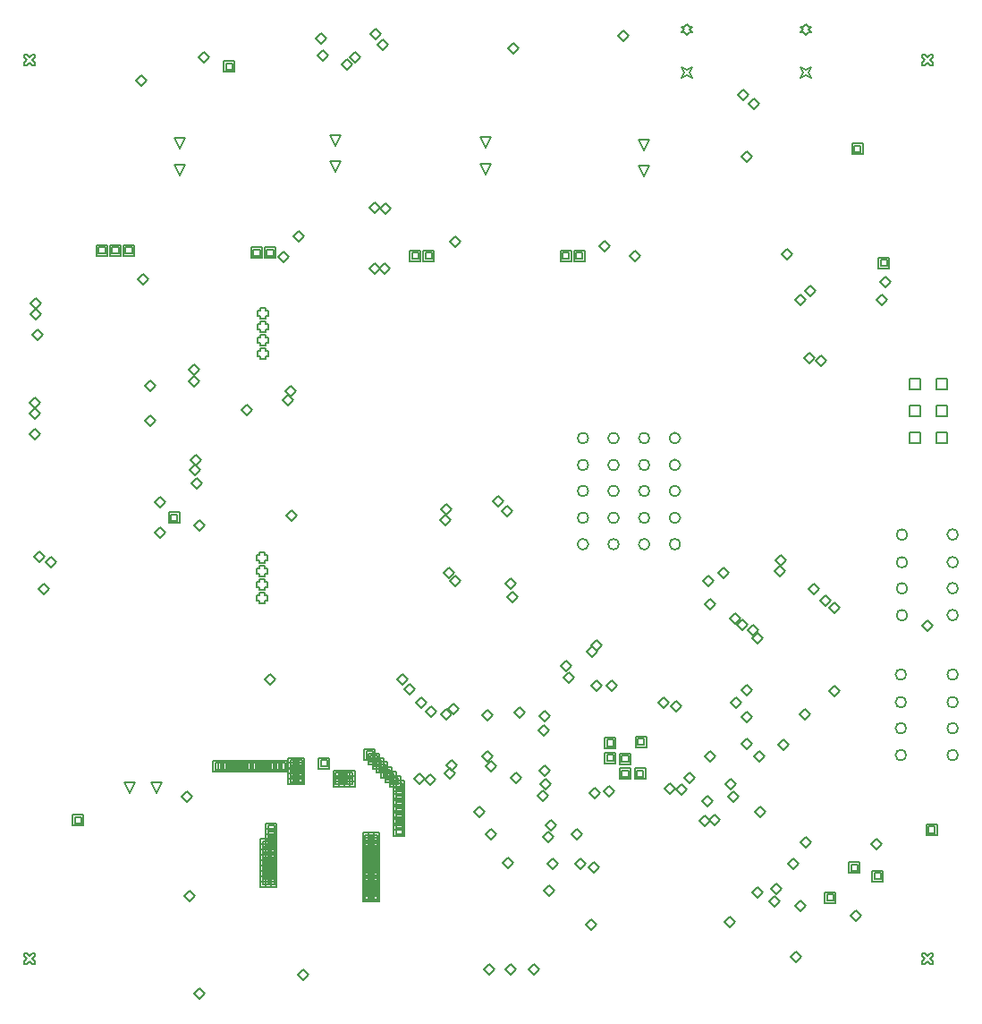
<source format=gbr>
%TF.GenerationSoftware,Altium Limited,Altium Designer,21.7.2 (23)*%
G04 Layer_Color=2752767*
%FSLAX24Y24*%
%MOIN*%
%TF.SameCoordinates,F115D885-3665-466D-A638-D1939FCD3409*%
%TF.FilePolarity,Positive*%
%TF.FileFunction,Drawing*%
%TF.Part,Single*%
G01*
G75*
%TA.AperFunction,NonConductor*%
%ADD76C,0.0050*%
%ADD156C,0.0067*%
D76*
X34784Y23162D02*
Y23562D01*
X35184D01*
Y23162D01*
X34784D01*
X35784D02*
Y23562D01*
X36184D01*
Y23162D01*
X35784D01*
X34784Y22162D02*
Y22562D01*
X35184D01*
Y22162D01*
X34784D01*
X35784D02*
Y22562D01*
X36184D01*
Y22162D01*
X35784D01*
X34784Y21162D02*
Y21562D01*
X35184D01*
Y21162D01*
X34784D01*
X35784D02*
Y21562D01*
X36184D01*
Y21162D01*
X35784D01*
X13366Y32241D02*
X13166Y32641D01*
X13566D01*
X13366Y32241D01*
Y31257D02*
X13166Y31657D01*
X13566D01*
X13366Y31257D01*
X18957Y32162D02*
X18757Y32562D01*
X19157D01*
X18957Y32162D01*
Y31178D02*
X18757Y31578D01*
X19157D01*
X18957Y31178D01*
X7559Y32123D02*
X7359Y32523D01*
X7759D01*
X7559Y32123D01*
Y31139D02*
X7359Y31539D01*
X7759D01*
X7559Y31139D01*
X26488Y36355D02*
X26588Y36455D01*
X26688D01*
X26588Y36555D01*
X26688Y36655D01*
X26588D01*
X26488Y36755D01*
X26388Y36655D01*
X26288D01*
X26388Y36555D01*
X26288Y36455D01*
X26388D01*
X26488Y36355D01*
X30913D02*
X31013Y36455D01*
X31113D01*
X31013Y36555D01*
X31113Y36655D01*
X31013D01*
X30913Y36755D01*
X30813Y36655D01*
X30713D01*
X30813Y36555D01*
X30713Y36455D01*
X30813D01*
X30913Y36355D01*
X26288Y34780D02*
X26388Y34980D01*
X26288Y35180D01*
X26488Y35080D01*
X26688Y35180D01*
X26588Y34980D01*
X26688Y34780D01*
X26488Y34880D01*
X26288Y34780D01*
X30713D02*
X30813Y34980D01*
X30713Y35180D01*
X30913Y35080D01*
X31113Y35180D01*
X31013Y34980D01*
X31113Y34780D01*
X30913Y34880D01*
X30713Y34780D01*
X24862Y32083D02*
X24662Y32483D01*
X25062D01*
X24862Y32083D01*
Y31099D02*
X24662Y31499D01*
X25062D01*
X24862Y31099D01*
X10569Y25888D02*
Y25788D01*
X10769D01*
Y25888D01*
X10869D01*
Y26088D01*
X10769D01*
Y26188D01*
X10569D01*
Y26088D01*
X10469D01*
Y25888D01*
X10569D01*
Y25388D02*
Y25288D01*
X10769D01*
Y25388D01*
X10869D01*
Y25588D01*
X10769D01*
Y25688D01*
X10569D01*
Y25588D01*
X10469D01*
Y25388D01*
X10569D01*
Y24888D02*
Y24788D01*
X10769D01*
Y24888D01*
X10869D01*
Y25088D01*
X10769D01*
Y25188D01*
X10569D01*
Y25088D01*
X10469D01*
Y24888D01*
X10569D01*
Y24388D02*
Y24288D01*
X10769D01*
Y24388D01*
X10869D01*
Y24588D01*
X10769D01*
Y24688D01*
X10569D01*
Y24588D01*
X10469D01*
Y24388D01*
X10569D01*
X10530Y16792D02*
Y16692D01*
X10730D01*
Y16792D01*
X10830D01*
Y16992D01*
X10730D01*
Y17092D01*
X10530D01*
Y16992D01*
X10430D01*
Y16792D01*
X10530D01*
Y16292D02*
Y16192D01*
X10730D01*
Y16292D01*
X10830D01*
Y16492D01*
X10730D01*
Y16592D01*
X10530D01*
Y16492D01*
X10430D01*
Y16292D01*
X10530D01*
Y15792D02*
Y15692D01*
X10730D01*
Y15792D01*
X10830D01*
Y15992D01*
X10730D01*
Y16092D01*
X10530D01*
Y15992D01*
X10430D01*
Y15792D01*
X10530D01*
Y15292D02*
Y15192D01*
X10730D01*
Y15292D01*
X10830D01*
Y15492D01*
X10730D01*
Y15592D01*
X10530D01*
Y15492D01*
X10430D01*
Y15292D01*
X10530D01*
X35233Y1769D02*
X35333D01*
X35433Y1868D01*
X35533Y1769D01*
X35633D01*
Y1868D01*
X35533Y1969D01*
X35633Y2069D01*
Y2168D01*
X35533D01*
X35433Y2069D01*
X35333Y2168D01*
X35233D01*
Y2069D01*
X35333Y1969D01*
X35233Y1868D01*
Y1769D01*
X1769D02*
X1868D01*
X1969Y1868D01*
X2069Y1769D01*
X2168D01*
Y1868D01*
X2069Y1969D01*
X2168Y2069D01*
Y2168D01*
X2069D01*
X1969Y2069D01*
X1868Y2168D01*
X1769D01*
Y2069D01*
X1868Y1969D01*
X1769Y1868D01*
Y1769D01*
Y35233D02*
X1868D01*
X1969Y35333D01*
X2069Y35233D01*
X2168D01*
Y35333D01*
X2069Y35433D01*
X2168Y35533D01*
Y35633D01*
X2069D01*
X1969Y35533D01*
X1868Y35633D01*
X1769D01*
Y35533D01*
X1868Y35433D01*
X1769Y35333D01*
Y35233D01*
X35233D02*
X35333D01*
X35433Y35333D01*
X35533Y35233D01*
X35633D01*
Y35333D01*
X35533Y35433D01*
X35633Y35533D01*
Y35633D01*
X35533D01*
X35433Y35533D01*
X35333Y35633D01*
X35233D01*
Y35533D01*
X35333Y35433D01*
X35233Y35333D01*
Y35233D01*
X6693Y8146D02*
X6493Y8546D01*
X6893D01*
X6693Y8146D01*
X5709D02*
X5509Y8546D01*
X5909D01*
X5709Y8146D01*
X30706Y6299D02*
X30906Y6499D01*
X31106Y6299D01*
X30906Y6099D01*
X30706Y6299D01*
X33343Y6220D02*
X33543Y6420D01*
X33743Y6220D01*
X33543Y6020D01*
X33343Y6220D01*
X32517Y5154D02*
Y5554D01*
X32917D01*
Y5154D01*
X32517D01*
X32597Y5234D02*
Y5474D01*
X32837D01*
Y5234D01*
X32597D01*
X31611Y4052D02*
Y4452D01*
X32011D01*
Y4052D01*
X31611D01*
X31691Y4132D02*
Y4372D01*
X31931D01*
Y4132D01*
X31691D01*
X33383Y4839D02*
Y5239D01*
X33783D01*
Y4839D01*
X33383D01*
X33463Y4919D02*
Y5159D01*
X33703D01*
Y4919D01*
X33463D01*
X28383Y34134D02*
X28583Y34334D01*
X28783Y34134D01*
X28583Y33934D01*
X28383Y34134D01*
X30509Y3937D02*
X30709Y4137D01*
X30909Y3937D01*
X30709Y3737D01*
X30509Y3937D01*
X32556Y3583D02*
X32756Y3783D01*
X32956Y3583D01*
X32756Y3383D01*
X32556Y3583D01*
X30233Y5512D02*
X30433Y5712D01*
X30633Y5512D01*
X30433Y5312D01*
X30233Y5512D01*
X29524Y4094D02*
X29724Y4294D01*
X29924Y4094D01*
X29724Y3894D01*
X29524Y4094D01*
X30351Y2047D02*
X30551Y2247D01*
X30751Y2047D01*
X30551Y1847D01*
X30351Y2047D01*
X27044Y7835D02*
X27244Y8035D01*
X27444Y7835D01*
X27244Y7635D01*
X27044Y7835D01*
X26926Y7087D02*
X27126Y7287D01*
X27326Y7087D01*
X27126Y6887D01*
X26926Y7087D01*
X27320Y7126D02*
X27520Y7326D01*
X27720Y7126D01*
X27520Y6926D01*
X27320Y7126D01*
X29603Y4567D02*
X29803Y4767D01*
X30003Y4567D01*
X29803Y4367D01*
X29603Y4567D01*
X21192Y6933D02*
X21392Y7133D01*
X21592Y6933D01*
X21392Y6733D01*
X21192Y6933D01*
X28501Y11968D02*
X28701Y12169D01*
X28901Y11968D01*
X28701Y11768D01*
X28501Y11968D01*
X31769Y11929D02*
X31969Y12129D01*
X32169Y11929D01*
X31969Y11729D01*
X31769Y11929D01*
Y15039D02*
X31969Y15239D01*
X32169Y15039D01*
X31969Y14839D01*
X31769Y15039D01*
X28107Y11496D02*
X28307Y11696D01*
X28507Y11496D01*
X28307Y11296D01*
X28107Y11496D01*
X28501Y9961D02*
X28701Y10161D01*
X28901Y9961D01*
X28701Y9761D01*
X28501Y9961D01*
X35238Y14365D02*
X35438Y14565D01*
X35638Y14365D01*
X35438Y14165D01*
X35238Y14365D01*
X8107Y669D02*
X8307Y869D01*
X8507Y669D01*
X8307Y469D01*
X8107Y669D01*
X7742Y4316D02*
X7942Y4516D01*
X8142Y4316D01*
X7942Y4116D01*
X7742Y4316D01*
X7635Y7992D02*
X7835Y8192D01*
X8035Y7992D01*
X7835Y7792D01*
X7635Y7992D01*
X22817Y5372D02*
X23017Y5572D01*
X23217Y5372D01*
X23017Y5172D01*
X22817Y5372D01*
X28894Y4449D02*
X29094Y4649D01*
X29294Y4449D01*
X29094Y4249D01*
X28894Y4449D01*
X31454Y15315D02*
X31654Y15515D01*
X31854Y15315D01*
X31654Y15115D01*
X31454Y15315D01*
X31020Y15748D02*
X31220Y15948D01*
X31420Y15748D01*
X31220Y15548D01*
X31020Y15748D01*
X28501Y10984D02*
X28701Y11184D01*
X28901Y10984D01*
X28701Y10784D01*
X28501Y10984D01*
X30666Y11063D02*
X30866Y11263D01*
X31066Y11063D01*
X30866Y10863D01*
X30666Y11063D01*
X29013Y7441D02*
X29213Y7641D01*
X29413Y7441D01*
X29213Y7241D01*
X29013Y7441D01*
X29879Y9921D02*
X30079Y10121D01*
X30279Y9921D01*
X30079Y9721D01*
X29879Y9921D01*
X28009Y7988D02*
X28209Y8188D01*
X28409Y7988D01*
X28209Y7788D01*
X28009Y7988D01*
X27083Y16024D02*
X27283Y16224D01*
X27483Y16024D01*
X27283Y15824D01*
X27083Y16024D01*
X27635Y16339D02*
X27835Y16539D01*
X28035Y16339D01*
X27835Y16139D01*
X27635Y16339D01*
X28973Y9488D02*
X29173Y9688D01*
X29373Y9488D01*
X29173Y9288D01*
X28973Y9488D01*
X27910Y8465D02*
X28110Y8665D01*
X28310Y8465D01*
X28110Y8265D01*
X27910Y8465D01*
X27133Y15177D02*
X27333Y15377D01*
X27533Y15177D01*
X27333Y14977D01*
X27133Y15177D01*
X27123Y9488D02*
X27323Y9688D01*
X27523Y9488D01*
X27323Y9288D01*
X27123Y9488D01*
X25882Y11369D02*
X26082Y11569D01*
X26282Y11369D01*
X26082Y11169D01*
X25882Y11369D01*
X26375Y8701D02*
X26575Y8901D01*
X26775Y8701D01*
X26575Y8501D01*
X26375Y8701D01*
X18973Y9134D02*
X19173Y9334D01*
X19373Y9134D01*
X19173Y8934D01*
X18973Y9134D01*
X21257Y5512D02*
X21457Y5712D01*
X21657Y5512D01*
X21457Y5312D01*
X21257Y5512D01*
X19603Y5551D02*
X19803Y5751D01*
X20003Y5551D01*
X19803Y5351D01*
X19603Y5551D01*
X18855Y9488D02*
X19055Y9688D01*
X19255Y9488D01*
X19055Y9288D01*
X18855Y9488D01*
Y11024D02*
X19055Y11224D01*
X19255Y11024D01*
X19055Y10824D01*
X18855Y11024D01*
X18973Y6614D02*
X19173Y6814D01*
X19373Y6614D01*
X19173Y6414D01*
X18973Y6614D01*
X17583Y11260D02*
X17783Y11460D01*
X17983Y11260D01*
X17783Y11060D01*
X17583Y11260D01*
X18540Y7441D02*
X18740Y7641D01*
X18940Y7441D01*
X18740Y7241D01*
X18540Y7441D01*
X22314Y5496D02*
X22514Y5696D01*
X22714Y5496D01*
X22514Y5296D01*
X22314Y5496D01*
X17517Y9173D02*
X17717Y9373D01*
X17917Y9173D01*
X17717Y8973D01*
X17517Y9173D01*
X16729Y11181D02*
X16929Y11381D01*
X17129Y11181D01*
X16929Y10981D01*
X16729Y11181D01*
X17635Y16024D02*
X17835Y16224D01*
X18035Y16024D01*
X17835Y15824D01*
X17635Y16024D01*
X19761Y15433D02*
X19961Y15633D01*
X20161Y15433D01*
X19961Y15233D01*
X19761Y15433D01*
X23461Y12126D02*
X23661Y12326D01*
X23861Y12126D01*
X23661Y11926D01*
X23461Y12126D01*
X19903Y8689D02*
X20103Y8889D01*
X20303Y8689D01*
X20103Y8489D01*
X19903Y8689D01*
X17438Y8858D02*
X17638Y9058D01*
X17838Y8858D01*
X17638Y8658D01*
X17438Y8858D01*
X16375Y11496D02*
X16575Y11696D01*
X16775Y11496D01*
X16575Y11296D01*
X16375Y11496D01*
X17398Y16339D02*
X17598Y16539D01*
X17798Y16339D01*
X17598Y16139D01*
X17398Y16339D01*
X25391Y11496D02*
X25591Y11696D01*
X25791Y11496D01*
X25591Y11296D01*
X25391Y11496D01*
X22912Y13625D02*
X23112Y13825D01*
X23312Y13625D01*
X23112Y13425D01*
X22912Y13625D01*
X22736Y13394D02*
X22936Y13594D01*
X23136Y13394D01*
X22936Y13194D01*
X22736Y13394D01*
X19721Y15945D02*
X19921Y16145D01*
X20121Y15945D01*
X19921Y15745D01*
X19721Y15945D01*
X21011Y8456D02*
X21211Y8656D01*
X21411Y8456D01*
X21211Y8256D01*
X21011Y8456D01*
X16690Y8622D02*
X16890Y8822D01*
X17090Y8622D01*
X16890Y8422D01*
X16690Y8622D01*
X16296Y8661D02*
X16496Y8861D01*
X16696Y8661D01*
X16496Y8461D01*
X16296Y8661D01*
X15946Y12012D02*
X16146Y12212D01*
X16346Y12012D01*
X16146Y11812D01*
X15946Y12012D01*
X17280Y18307D02*
X17480Y18507D01*
X17680Y18307D01*
X17480Y18107D01*
X17280Y18307D01*
X20981Y8976D02*
X21181Y9176D01*
X21381Y8976D01*
X21181Y8776D01*
X20981Y8976D01*
X10745Y12362D02*
X10945Y12562D01*
X11145Y12362D01*
X10945Y12162D01*
X10745Y12362D01*
X13304Y8580D02*
Y8980D01*
X13704D01*
Y8580D01*
X13304D01*
X13384Y8660D02*
Y8900D01*
X13624D01*
Y8660D01*
X13384D01*
X13501Y8383D02*
Y8783D01*
X13901D01*
Y8383D01*
X13501D01*
X13581Y8463D02*
Y8703D01*
X13821D01*
Y8463D01*
X13581D01*
X13501Y8580D02*
Y8980D01*
X13901D01*
Y8580D01*
X13501D01*
X13581Y8660D02*
Y8900D01*
X13821D01*
Y8660D01*
X13581D01*
X13304Y8383D02*
Y8783D01*
X13704D01*
Y8383D01*
X13304D01*
X13384Y8463D02*
Y8703D01*
X13624D01*
Y8463D01*
X13384D01*
X15548Y7950D02*
Y8350D01*
X15948D01*
Y7950D01*
X15548D01*
X15628Y8030D02*
Y8270D01*
X15868D01*
Y8030D01*
X15628D01*
X15548Y7713D02*
Y8113D01*
X15948D01*
Y7713D01*
X15548D01*
X15628Y7793D02*
Y8033D01*
X15868D01*
Y7793D01*
X15628D01*
X15548Y8186D02*
Y8586D01*
X15948D01*
Y8186D01*
X15548D01*
X15628Y8266D02*
Y8506D01*
X15868D01*
Y8266D01*
X15628D01*
X29751Y16393D02*
X29951Y16593D01*
X30151Y16393D01*
X29951Y16193D01*
X29751Y16393D01*
X28894Y13898D02*
X29094Y14098D01*
X29294Y13898D01*
X29094Y13698D01*
X28894Y13898D01*
X29761Y16811D02*
X29961Y17011D01*
X30161Y16811D01*
X29961Y16611D01*
X29761Y16811D01*
X20902Y8031D02*
X21102Y8231D01*
X21302Y8031D01*
X21102Y7832D01*
X20902Y8031D01*
X15666Y12362D02*
X15866Y12562D01*
X16066Y12362D01*
X15866Y12162D01*
X15666Y12362D01*
X17320Y18701D02*
X17520Y18901D01*
X17720Y18701D01*
X17520Y18501D01*
X17320Y18701D01*
X21772Y12878D02*
X21972Y13078D01*
X22172Y12878D01*
X21972Y12678D01*
X21772Y12878D01*
X22910Y12126D02*
X23110Y12326D01*
X23310Y12126D01*
X23110Y11926D01*
X22910Y12126D01*
X21887Y12441D02*
X22087Y12641D01*
X22287Y12441D01*
X22087Y12241D01*
X21887Y12441D01*
X19249Y19016D02*
X19449Y19216D01*
X19649Y19016D01*
X19449Y18816D01*
X19249Y19016D01*
X19564Y18622D02*
X19764Y18822D01*
X19964Y18622D01*
X19764Y18422D01*
X19564Y18622D01*
X20587Y1570D02*
X20787Y1770D01*
X20987Y1570D01*
X20787Y1370D01*
X20587Y1570D01*
X20974Y10988D02*
X21174Y11188D01*
X21374Y10988D01*
X21174Y10788D01*
X20974Y10988D01*
X17320Y11063D02*
X17520Y11263D01*
X17720Y11063D01*
X17520Y10863D01*
X17320Y11063D01*
X20942Y10472D02*
X21142Y10672D01*
X21342Y10472D01*
X21142Y10272D01*
X20942Y10472D01*
X15000Y27657D02*
X15200Y27857D01*
X15400Y27657D01*
X15200Y27457D01*
X15000Y27657D01*
X15029Y29910D02*
X15229Y30110D01*
X15429Y29910D01*
X15229Y29710D01*
X15029Y29910D01*
X13894Y35551D02*
X14094Y35751D01*
X14294Y35551D01*
X14094Y35351D01*
X13894Y35551D01*
X14643Y27677D02*
X14843Y27877D01*
X15043Y27677D01*
X14843Y27477D01*
X14643Y27677D01*
Y29921D02*
X14843Y30121D01*
X15043Y29921D01*
X14843Y29721D01*
X14643Y29921D01*
X13619Y35276D02*
X13819Y35476D01*
X14019Y35276D01*
X13819Y35076D01*
X13619Y35276D01*
X11493Y23110D02*
X11693Y23310D01*
X11893Y23110D01*
X11693Y22910D01*
X11493Y23110D01*
X7910Y23898D02*
X8110Y24098D01*
X8310Y23898D01*
X8110Y23698D01*
X7910Y23898D01*
X6257Y23307D02*
X6457Y23507D01*
X6657Y23307D01*
X6457Y23107D01*
X6257Y23307D01*
X7910Y23465D02*
X8110Y23665D01*
X8310Y23465D01*
X8110Y23265D01*
X7910Y23465D01*
X11414Y22756D02*
X11614Y22956D01*
X11814Y22756D01*
X11614Y22556D01*
X11414Y22756D01*
X9879Y22402D02*
X10079Y22602D01*
X10279Y22402D01*
X10079Y22202D01*
X9879Y22402D01*
X11532Y18465D02*
X11732Y18665D01*
X11932Y18465D01*
X11732Y18265D01*
X11532Y18465D01*
X8107Y18110D02*
X8307Y18310D01*
X8507Y18110D01*
X8307Y17910D01*
X8107Y18110D01*
X7162Y18186D02*
Y18586D01*
X7562D01*
Y18186D01*
X7162D01*
X7242Y18266D02*
Y18506D01*
X7482D01*
Y18266D01*
X7242D01*
X6650Y17835D02*
X6850Y18035D01*
X7050Y17835D01*
X6850Y17635D01*
X6650Y17835D01*
X7978Y20523D02*
X8178Y20723D01*
X8378Y20523D01*
X8178Y20323D01*
X7978Y20523D01*
X29997Y28189D02*
X30197Y28389D01*
X30397Y28189D01*
X30197Y27989D01*
X29997Y28189D01*
X24328Y28150D02*
X24528Y28350D01*
X24728Y28150D01*
X24528Y27950D01*
X24328Y28150D01*
X7989Y19685D02*
X8189Y19885D01*
X8389Y19685D01*
X8189Y19485D01*
X7989Y19685D01*
X7950Y20157D02*
X8150Y20357D01*
X8350Y20157D01*
X8150Y19957D01*
X7950Y20157D01*
X6650Y18976D02*
X6850Y19176D01*
X7050Y18976D01*
X6850Y18776D01*
X6650Y18976D01*
X2300Y15730D02*
X2500Y15930D01*
X2700Y15730D01*
X2500Y15530D01*
X2300Y15730D01*
X2556Y16732D02*
X2756Y16932D01*
X2956Y16732D01*
X2756Y16532D01*
X2556Y16732D01*
X2123Y16929D02*
X2323Y17129D01*
X2523Y16929D01*
X2323Y16729D01*
X2123Y16929D01*
X25627Y8307D02*
X25827Y8507D01*
X26027Y8307D01*
X25827Y8107D01*
X25627Y8307D01*
X26060Y8268D02*
X26260Y8468D01*
X26460Y8268D01*
X26260Y8068D01*
X26060Y8268D01*
X6257Y22008D02*
X6457Y22208D01*
X6657Y22008D01*
X6457Y21808D01*
X6257Y22008D01*
X1965Y22283D02*
X2165Y22483D01*
X2365Y22283D01*
X2165Y22083D01*
X1965Y22283D01*
Y21496D02*
X2165Y21696D01*
X2365Y21496D01*
X2165Y21296D01*
X1965Y21496D01*
Y22677D02*
X2165Y22877D01*
X2365Y22677D01*
X2165Y22477D01*
X1965Y22677D01*
X2005Y26378D02*
X2205Y26578D01*
X2405Y26378D01*
X2205Y26178D01*
X2005Y26378D01*
X6020Y27283D02*
X6220Y27483D01*
X6420Y27283D01*
X6220Y27083D01*
X6020Y27283D01*
X4471Y28142D02*
Y28542D01*
X4871D01*
Y28142D01*
X4471D01*
X4551Y28222D02*
Y28462D01*
X4791D01*
Y28222D01*
X4551D01*
X4971Y28142D02*
Y28542D01*
X5371D01*
Y28142D01*
X4971D01*
X5051Y28222D02*
Y28462D01*
X5291D01*
Y28222D01*
X5051D01*
X3580Y6926D02*
Y7326D01*
X3980D01*
Y6926D01*
X3580D01*
X3660Y7006D02*
Y7246D01*
X3900D01*
Y7006D01*
X3660D01*
X8816Y8934D02*
Y9334D01*
X9216D01*
Y8934D01*
X8816D01*
X8896Y9014D02*
Y9254D01*
X9136D01*
Y9014D01*
X8896D01*
X9013Y8934D02*
Y9334D01*
X9413D01*
Y8934D01*
X9013D01*
X9093Y9014D02*
Y9254D01*
X9333D01*
Y9014D01*
X9093D01*
X9209Y8934D02*
Y9334D01*
X9609D01*
Y8934D01*
X9209D01*
X9289Y9014D02*
Y9254D01*
X9529D01*
Y9014D01*
X9289D01*
X2005Y25984D02*
X2205Y26184D01*
X2405Y25984D01*
X2205Y25784D01*
X2005Y25984D01*
X2083Y25197D02*
X2283Y25397D01*
X2483Y25197D01*
X2283Y24997D01*
X2083Y25197D01*
X23894Y36339D02*
X24094Y36539D01*
X24294Y36339D01*
X24094Y36139D01*
X23894Y36339D01*
X19800Y35866D02*
X20000Y36066D01*
X20200Y35866D01*
X20000Y35666D01*
X19800Y35866D01*
X14682Y36417D02*
X14882Y36617D01*
X15082Y36417D01*
X14882Y36217D01*
X14682Y36417D01*
X12627Y36236D02*
X12827Y36436D01*
X13027Y36236D01*
X12827Y36036D01*
X12627Y36236D01*
X8265Y35551D02*
X8465Y35751D01*
X8665Y35551D01*
X8465Y35351D01*
X8265Y35551D01*
X5942Y34685D02*
X6142Y34885D01*
X6342Y34685D01*
X6142Y34485D01*
X5942Y34685D01*
X14923Y35989D02*
X15123Y36189D01*
X15323Y35989D01*
X15123Y35789D01*
X14923Y35989D01*
X12713Y35591D02*
X12913Y35791D01*
X13113Y35591D01*
X12913Y35391D01*
X12713Y35591D01*
X9209Y34997D02*
Y35397D01*
X9609D01*
Y34997D01*
X9209D01*
X9289Y35077D02*
Y35317D01*
X9529D01*
Y35077D01*
X9289D01*
X16144Y27945D02*
Y28345D01*
X16544D01*
Y27945D01*
X16144D01*
X16224Y28025D02*
Y28265D01*
X16464D01*
Y28025D01*
X16224D01*
X11237Y28110D02*
X11437Y28310D01*
X11637Y28110D01*
X11437Y27910D01*
X11237Y28110D01*
X16644Y27945D02*
Y28345D01*
X17044D01*
Y27945D01*
X16644D01*
X16724Y28025D02*
Y28265D01*
X16964D01*
Y28025D01*
X16724D01*
X11794Y28858D02*
X11994Y29058D01*
X12194Y28858D01*
X11994Y28658D01*
X11794Y28858D01*
X17627Y28661D02*
X17827Y28861D01*
X18027Y28661D01*
X17827Y28461D01*
X17627Y28661D01*
X5471Y28142D02*
Y28542D01*
X5871D01*
Y28142D01*
X5471D01*
X5551Y28222D02*
Y28462D01*
X5791D01*
Y28222D01*
X5551D01*
X10739Y28063D02*
Y28463D01*
X11139D01*
Y28063D01*
X10739D01*
X10819Y28143D02*
Y28383D01*
X11059D01*
Y28143D01*
X10819D01*
X10239Y28063D02*
Y28463D01*
X10639D01*
Y28063D01*
X10239D01*
X10319Y28143D02*
Y28383D01*
X10559D01*
Y28143D01*
X10319D01*
X23206Y28504D02*
X23406Y28704D01*
X23606Y28504D01*
X23406Y28304D01*
X23206Y28504D01*
X22259Y27947D02*
Y28347D01*
X22659D01*
Y27947D01*
X22259D01*
X22339Y28027D02*
Y28267D01*
X22579D01*
Y28027D01*
X22339D01*
X21759Y27947D02*
Y28347D01*
X22159D01*
Y27947D01*
X21759D01*
X21839Y28027D02*
Y28267D01*
X22079D01*
Y28027D01*
X21839D01*
X15548Y6532D02*
Y6932D01*
X15948D01*
Y6532D01*
X15548D01*
X15628Y6612D02*
Y6852D01*
X15868D01*
Y6612D01*
X15628D01*
X15548Y6769D02*
Y7168D01*
X15948D01*
Y6769D01*
X15548D01*
X15628Y6848D02*
Y7089D01*
X15868D01*
Y6848D01*
X15628D01*
X15548Y7005D02*
Y7405D01*
X15948D01*
Y7005D01*
X15548D01*
X15628Y7085D02*
Y7325D01*
X15868D01*
Y7085D01*
X15628D01*
X15548Y7241D02*
Y7641D01*
X15948D01*
Y7241D01*
X15548D01*
X15628Y7321D02*
Y7561D01*
X15868D01*
Y7321D01*
X15628D01*
X15548Y7477D02*
Y7877D01*
X15948D01*
Y7477D01*
X15548D01*
X15628Y7557D02*
Y7797D01*
X15868D01*
Y7557D01*
X15628D01*
X15391Y8383D02*
Y8783D01*
X15791D01*
Y8383D01*
X15391D01*
X15471Y8463D02*
Y8703D01*
X15711D01*
Y8463D01*
X15471D01*
X15233Y8540D02*
Y8940D01*
X15633D01*
Y8540D01*
X15233D01*
X15313Y8620D02*
Y8860D01*
X15553D01*
Y8620D01*
X15313D01*
X15076Y8698D02*
Y9098D01*
X15476D01*
Y8698D01*
X15076D01*
X15156Y8778D02*
Y9018D01*
X15396D01*
Y8778D01*
X15156D01*
X14918Y8894D02*
Y9294D01*
X15318D01*
Y8894D01*
X14918D01*
X14998Y8974D02*
Y9214D01*
X15238D01*
Y8974D01*
X14998D01*
X14761Y9052D02*
Y9452D01*
X15161D01*
Y9052D01*
X14761D01*
X14841Y9132D02*
Y9372D01*
X15081D01*
Y9132D01*
X14841D01*
X14603Y9209D02*
Y9609D01*
X15003D01*
Y9209D01*
X14603D01*
X14683Y9289D02*
Y9529D01*
X14923D01*
Y9289D01*
X14683D01*
X14446Y9367D02*
Y9767D01*
X14846D01*
Y9367D01*
X14446D01*
X14526Y9447D02*
Y9687D01*
X14766D01*
Y9447D01*
X14526D01*
X11178Y8934D02*
Y9334D01*
X11578D01*
Y8934D01*
X11178D01*
X11258Y9014D02*
Y9254D01*
X11498D01*
Y9014D01*
X11258D01*
X9406Y8934D02*
Y9334D01*
X9806D01*
Y8934D01*
X9406D01*
X9486Y9014D02*
Y9254D01*
X9726D01*
Y9014D01*
X9486D01*
X9603Y8934D02*
Y9334D01*
X10003D01*
Y8934D01*
X9603D01*
X9683Y9014D02*
Y9254D01*
X9923D01*
Y9014D01*
X9683D01*
X9800Y8934D02*
Y9334D01*
X10200D01*
Y8934D01*
X9800D01*
X9880Y9014D02*
Y9254D01*
X10120D01*
Y9014D01*
X9880D01*
X9997Y8934D02*
Y9334D01*
X10397D01*
Y8934D01*
X9997D01*
X10077Y9014D02*
Y9254D01*
X10317D01*
Y9014D01*
X10077D01*
X10194Y8934D02*
Y9334D01*
X10594D01*
Y8934D01*
X10194D01*
X10274Y9014D02*
Y9254D01*
X10514D01*
Y9014D01*
X10274D01*
X10391Y8934D02*
Y9334D01*
X10791D01*
Y8934D01*
X10391D01*
X10471Y9014D02*
Y9254D01*
X10711D01*
Y9014D01*
X10471D01*
X10587Y8934D02*
Y9334D01*
X10987D01*
Y8934D01*
X10587D01*
X10667Y9014D02*
Y9254D01*
X10907D01*
Y9014D01*
X10667D01*
X10784Y8934D02*
Y9334D01*
X11184D01*
Y8934D01*
X10784D01*
X10864Y9014D02*
Y9254D01*
X11104D01*
Y9014D01*
X10864D01*
X10981Y8934D02*
Y9334D01*
X11381D01*
Y8934D01*
X10981D01*
X11061Y9014D02*
Y9254D01*
X11301D01*
Y9014D01*
X11061D01*
X28737Y14213D02*
X28937Y14413D01*
X29137Y14213D01*
X28937Y14013D01*
X28737Y14213D01*
X28343Y14409D02*
X28543Y14609D01*
X28743Y14409D01*
X28543Y14209D01*
X28343Y14409D01*
X14603Y4091D02*
Y4491D01*
X15003D01*
Y4091D01*
X14603D01*
X14683Y4171D02*
Y4411D01*
X14923D01*
Y4171D01*
X14683D01*
X21139Y4494D02*
X21339Y4694D01*
X21539Y4494D01*
X21339Y4294D01*
X21139Y4494D01*
X22708Y3227D02*
X22908Y3427D01*
X23108Y3227D01*
X22908Y3027D01*
X22708Y3227D01*
X27871Y3346D02*
X28071Y3546D01*
X28271Y3346D01*
X28071Y3146D01*
X27871Y3346D01*
X11965Y1378D02*
X12165Y1578D01*
X12365Y1378D01*
X12165Y1178D01*
X11965Y1378D01*
X13698Y8580D02*
Y8980D01*
X14098D01*
Y8580D01*
X13698D01*
X13778Y8660D02*
Y8900D01*
X14018D01*
Y8660D01*
X13778D01*
X13698Y8383D02*
Y8783D01*
X14098D01*
Y8383D01*
X13698D01*
X13778Y8463D02*
Y8703D01*
X14018D01*
Y8463D01*
X13778D01*
X11611Y9052D02*
Y9452D01*
X12011D01*
Y9052D01*
X11611D01*
X11691Y9132D02*
Y9372D01*
X11931D01*
Y9132D01*
X11691D01*
X11808Y9052D02*
Y9452D01*
X12208D01*
Y9052D01*
X11808D01*
X11888Y9132D02*
Y9372D01*
X12128D01*
Y9132D01*
X11888D01*
X11611Y8461D02*
Y8861D01*
X12011D01*
Y8461D01*
X11611D01*
X11691Y8541D02*
Y8781D01*
X11931D01*
Y8541D01*
X11691D01*
X11611Y8658D02*
Y9058D01*
X12011D01*
Y8658D01*
X11611D01*
X11691Y8738D02*
Y8978D01*
X11931D01*
Y8738D01*
X11691D01*
X11611Y8855D02*
Y9255D01*
X12011D01*
Y8855D01*
X11611D01*
X11691Y8935D02*
Y9175D01*
X11931D01*
Y8935D01*
X11691D01*
X11808Y8855D02*
Y9255D01*
X12208D01*
Y8855D01*
X11808D01*
X11888Y8935D02*
Y9175D01*
X12128D01*
Y8935D01*
X11888D01*
X11808Y8658D02*
Y9058D01*
X12208D01*
Y8658D01*
X11808D01*
X11888Y8738D02*
Y8978D01*
X12128D01*
Y8738D01*
X11888D01*
X11808Y8461D02*
Y8861D01*
X12208D01*
Y8461D01*
X11808D01*
X11888Y8541D02*
Y8781D01*
X12128D01*
Y8541D01*
X11888D01*
X14603Y4288D02*
Y4688D01*
X15003D01*
Y4288D01*
X14603D01*
X14683Y4368D02*
Y4608D01*
X14923D01*
Y4368D01*
X14683D01*
X14603Y4485D02*
Y4885D01*
X15003D01*
Y4485D01*
X14603D01*
X14683Y4565D02*
Y4805D01*
X14923D01*
Y4565D01*
X14683D01*
X14603Y4682D02*
Y5082D01*
X15003D01*
Y4682D01*
X14603D01*
X14683Y4762D02*
Y5002D01*
X14923D01*
Y4762D01*
X14683D01*
X14603Y4879D02*
Y5279D01*
X15003D01*
Y4879D01*
X14603D01*
X14683Y4959D02*
Y5199D01*
X14923D01*
Y4959D01*
X14683D01*
X14603Y5076D02*
Y5476D01*
X15003D01*
Y5076D01*
X14603D01*
X14683Y5156D02*
Y5396D01*
X14923D01*
Y5156D01*
X14683D01*
X14603Y5272D02*
Y5672D01*
X15003D01*
Y5272D01*
X14603D01*
X14683Y5352D02*
Y5592D01*
X14923D01*
Y5352D01*
X14683D01*
X14603Y5469D02*
Y5869D01*
X15003D01*
Y5469D01*
X14603D01*
X14683Y5549D02*
Y5789D01*
X14923D01*
Y5549D01*
X14683D01*
X14603Y5666D02*
Y6066D01*
X15003D01*
Y5666D01*
X14603D01*
X14683Y5746D02*
Y5986D01*
X14923D01*
Y5746D01*
X14683D01*
X14603Y5863D02*
Y6263D01*
X15003D01*
Y5863D01*
X14603D01*
X14683Y5943D02*
Y6183D01*
X14923D01*
Y5943D01*
X14683D01*
X14603Y6060D02*
Y6460D01*
X15003D01*
Y6060D01*
X14603D01*
X14683Y6140D02*
Y6380D01*
X14923D01*
Y6140D01*
X14683D01*
X14603Y6257D02*
Y6657D01*
X15003D01*
Y6257D01*
X14603D01*
X14683Y6337D02*
Y6577D01*
X14923D01*
Y6337D01*
X14683D01*
X14406Y6257D02*
Y6657D01*
X14806D01*
Y6257D01*
X14406D01*
X14486Y6337D02*
Y6577D01*
X14726D01*
Y6337D01*
X14486D01*
X14406Y6060D02*
Y6460D01*
X14806D01*
Y6060D01*
X14406D01*
X14486Y6140D02*
Y6380D01*
X14726D01*
Y6140D01*
X14486D01*
X14406Y5863D02*
Y6263D01*
X14806D01*
Y5863D01*
X14406D01*
X14486Y5943D02*
Y6183D01*
X14726D01*
Y5943D01*
X14486D01*
X14406Y5666D02*
Y6066D01*
X14806D01*
Y5666D01*
X14406D01*
X14486Y5746D02*
Y5986D01*
X14726D01*
Y5746D01*
X14486D01*
X14406Y5469D02*
Y5869D01*
X14806D01*
Y5469D01*
X14406D01*
X14486Y5549D02*
Y5789D01*
X14726D01*
Y5549D01*
X14486D01*
X14406Y5272D02*
Y5672D01*
X14806D01*
Y5272D01*
X14406D01*
X14486Y5352D02*
Y5592D01*
X14726D01*
Y5352D01*
X14486D01*
X14406Y5076D02*
Y5476D01*
X14806D01*
Y5076D01*
X14406D01*
X14486Y5156D02*
Y5396D01*
X14726D01*
Y5156D01*
X14486D01*
X14406Y4879D02*
Y5279D01*
X14806D01*
Y4879D01*
X14406D01*
X14486Y4959D02*
Y5199D01*
X14726D01*
Y4959D01*
X14486D01*
X14406Y4682D02*
Y5082D01*
X14806D01*
Y4682D01*
X14406D01*
X14486Y4762D02*
Y5002D01*
X14726D01*
Y4762D01*
X14486D01*
X14406Y4485D02*
Y4885D01*
X14806D01*
Y4485D01*
X14406D01*
X14486Y4565D02*
Y4805D01*
X14726D01*
Y4565D01*
X14486D01*
X14406Y4288D02*
Y4688D01*
X14806D01*
Y4288D01*
X14406D01*
X14486Y4368D02*
Y4608D01*
X14726D01*
Y4368D01*
X14486D01*
X14406Y4091D02*
Y4491D01*
X14806D01*
Y4091D01*
X14406D01*
X14486Y4171D02*
Y4411D01*
X14726D01*
Y4171D01*
X14486D01*
X10784Y6611D02*
Y7011D01*
X11184D01*
Y6611D01*
X10784D01*
X10864Y6691D02*
Y6931D01*
X11104D01*
Y6691D01*
X10864D01*
X10784Y6414D02*
Y6814D01*
X11184D01*
Y6414D01*
X10784D01*
X10864Y6494D02*
Y6734D01*
X11104D01*
Y6494D01*
X10864D01*
X10587Y4839D02*
Y5239D01*
X10987D01*
Y4839D01*
X10587D01*
X10667Y4919D02*
Y5159D01*
X10907D01*
Y4919D01*
X10667D01*
X10587Y5036D02*
Y5436D01*
X10987D01*
Y5036D01*
X10587D01*
X10667Y5116D02*
Y5356D01*
X10907D01*
Y5116D01*
X10667D01*
X10587Y5233D02*
Y5633D01*
X10987D01*
Y5233D01*
X10587D01*
X10667Y5313D02*
Y5553D01*
X10907D01*
Y5313D01*
X10667D01*
X10587Y5430D02*
Y5830D01*
X10987D01*
Y5430D01*
X10587D01*
X10667Y5510D02*
Y5750D01*
X10907D01*
Y5510D01*
X10667D01*
X10587Y5627D02*
Y6027D01*
X10987D01*
Y5627D01*
X10587D01*
X10667Y5707D02*
Y5947D01*
X10907D01*
Y5707D01*
X10667D01*
X10587Y5824D02*
Y6224D01*
X10987D01*
Y5824D01*
X10587D01*
X10667Y5904D02*
Y6144D01*
X10907D01*
Y5904D01*
X10667D01*
X10587Y6020D02*
Y6420D01*
X10987D01*
Y6020D01*
X10587D01*
X10667Y6100D02*
Y6340D01*
X10907D01*
Y6100D01*
X10667D01*
X10784Y6217D02*
Y6617D01*
X11184D01*
Y6217D01*
X10784D01*
X10864Y6297D02*
Y6537D01*
X11104D01*
Y6297D01*
X10864D01*
X10784Y6020D02*
Y6420D01*
X11184D01*
Y6020D01*
X10784D01*
X10864Y6100D02*
Y6340D01*
X11104D01*
Y6100D01*
X10864D01*
X10784Y5824D02*
Y6224D01*
X11184D01*
Y5824D01*
X10784D01*
X10864Y5904D02*
Y6144D01*
X11104D01*
Y5904D01*
X10864D01*
X10784Y5627D02*
Y6027D01*
X11184D01*
Y5627D01*
X10784D01*
X10864Y5707D02*
Y5947D01*
X11104D01*
Y5707D01*
X10864D01*
X10784Y5430D02*
Y5830D01*
X11184D01*
Y5430D01*
X10784D01*
X10864Y5510D02*
Y5750D01*
X11104D01*
Y5510D01*
X10864D01*
X10784Y5233D02*
Y5633D01*
X11184D01*
Y5233D01*
X10784D01*
X10864Y5313D02*
Y5553D01*
X11104D01*
Y5313D01*
X10864D01*
X10784Y5036D02*
Y5436D01*
X11184D01*
Y5036D01*
X10784D01*
X10864Y5116D02*
Y5356D01*
X11104D01*
Y5116D01*
X10864D01*
X10784Y4839D02*
Y5239D01*
X11184D01*
Y4839D01*
X10784D01*
X10864Y4919D02*
Y5159D01*
X11104D01*
Y4919D01*
X10864D01*
X10784Y4643D02*
Y5043D01*
X11184D01*
Y4643D01*
X10784D01*
X10864Y4723D02*
Y4963D01*
X11104D01*
Y4723D01*
X10864D01*
X10587Y4643D02*
Y5043D01*
X10987D01*
Y4643D01*
X10587D01*
X10667Y4723D02*
Y4963D01*
X10907D01*
Y4723D01*
X10667D01*
X20036Y11136D02*
X20236Y11336D01*
X20436Y11136D01*
X20236Y10936D01*
X20036Y11136D01*
X31257Y24252D02*
X31457Y24452D01*
X31657Y24252D01*
X31457Y24052D01*
X31257Y24252D01*
X30824Y24331D02*
X31024Y24531D01*
X31224Y24331D01*
X31024Y24131D01*
X30824Y24331D01*
X30863Y26850D02*
X31063Y27050D01*
X31263Y26850D01*
X31063Y26650D01*
X30863Y26850D01*
X30509Y26496D02*
X30709Y26696D01*
X30909Y26496D01*
X30709Y26296D01*
X30509Y26496D01*
X28784Y33813D02*
X28984Y34013D01*
X29184Y33813D01*
X28984Y33613D01*
X28784Y33813D01*
X28501Y31850D02*
X28701Y32050D01*
X28901Y31850D01*
X28701Y31650D01*
X28501Y31850D01*
X33658Y27165D02*
X33858Y27365D01*
X34058Y27165D01*
X33858Y26965D01*
X33658Y27165D01*
X33540Y26496D02*
X33740Y26696D01*
X33940Y26496D01*
X33740Y26296D01*
X33540Y26496D01*
X33619Y27674D02*
Y28074D01*
X34019D01*
Y27674D01*
X33619D01*
X33699Y27754D02*
Y27994D01*
X33939D01*
Y27754D01*
X33699D01*
X35391Y6572D02*
Y6972D01*
X35791D01*
Y6572D01*
X35391D01*
X35471Y6652D02*
Y6892D01*
X35711D01*
Y6652D01*
X35471D01*
X32635Y31926D02*
Y32326D01*
X33035D01*
Y31926D01*
X32635D01*
X32715Y32006D02*
Y32246D01*
X32955D01*
Y32006D01*
X32715D01*
X24564Y9839D02*
Y10239D01*
X24964D01*
Y9839D01*
X24564D01*
X24644Y9919D02*
Y10159D01*
X24884D01*
Y9919D01*
X24644D01*
X23973Y9209D02*
Y9609D01*
X24373D01*
Y9209D01*
X23973D01*
X24053Y9289D02*
Y9529D01*
X24293D01*
Y9289D01*
X24053D01*
X24524Y8658D02*
Y9058D01*
X24924D01*
Y8658D01*
X24524D01*
X24604Y8738D02*
Y8978D01*
X24844D01*
Y8738D01*
X24604D01*
X23973Y8658D02*
Y9058D01*
X24373D01*
Y8658D01*
X23973D01*
X24053Y8738D02*
Y8978D01*
X24293D01*
Y8738D01*
X24053D01*
X23422Y9249D02*
Y9649D01*
X23822D01*
Y9249D01*
X23422D01*
X23502Y9329D02*
Y9569D01*
X23742D01*
Y9329D01*
X23502D01*
X23422Y9800D02*
Y10200D01*
X23822D01*
Y9800D01*
X23422D01*
X23502Y9880D02*
Y10120D01*
X23742D01*
Y9880D01*
X23502D01*
X28068Y14646D02*
X28268Y14846D01*
X28468Y14646D01*
X28268Y14446D01*
X28068Y14646D01*
X21119Y6488D02*
X21319Y6688D01*
X21519Y6488D01*
X21319Y6288D01*
X21119Y6488D01*
X22162Y6614D02*
X22362Y6814D01*
X22562Y6614D01*
X22362Y6414D01*
X22162Y6614D01*
X23383Y8189D02*
X23583Y8389D01*
X23783Y8189D01*
X23583Y7989D01*
X23383Y8189D01*
X22831Y8150D02*
X23031Y8350D01*
X23231Y8150D01*
X23031Y7950D01*
X22831Y8150D01*
X19721Y1570D02*
X19921Y1770D01*
X20121Y1570D01*
X19921Y1370D01*
X19721Y1570D01*
X18894D02*
X19094Y1770D01*
X19294Y1570D01*
X19094Y1370D01*
X18894Y1570D01*
X12753Y9052D02*
Y9452D01*
X13153D01*
Y9052D01*
X12753D01*
X12833Y9132D02*
Y9372D01*
X13073D01*
Y9132D01*
X12833D01*
D156*
X22798Y19386D02*
G03*
X22798Y19386I-200J0D01*
G01*
Y17402D02*
G03*
X22798Y17402I-200J0D01*
G01*
Y18386D02*
G03*
X22798Y18386I-200J0D01*
G01*
Y21354D02*
G03*
X22798Y21354I-200J0D01*
G01*
Y20354D02*
G03*
X22798Y20354I-200J0D01*
G01*
X23940Y19386D02*
G03*
X23940Y19386I-200J0D01*
G01*
Y17402D02*
G03*
X23940Y17402I-200J0D01*
G01*
Y18386D02*
G03*
X23940Y18386I-200J0D01*
G01*
Y21354D02*
G03*
X23940Y21354I-200J0D01*
G01*
Y20354D02*
G03*
X23940Y20354I-200J0D01*
G01*
X25082Y19386D02*
G03*
X25082Y19386I-200J0D01*
G01*
Y17402D02*
G03*
X25082Y17402I-200J0D01*
G01*
Y18386D02*
G03*
X25082Y18386I-200J0D01*
G01*
Y21354D02*
G03*
X25082Y21354I-200J0D01*
G01*
Y20354D02*
G03*
X25082Y20354I-200J0D01*
G01*
X26224Y19386D02*
G03*
X26224Y19386I-200J0D01*
G01*
Y17402D02*
G03*
X26224Y17402I-200J0D01*
G01*
Y18386D02*
G03*
X26224Y18386I-200J0D01*
G01*
Y21354D02*
G03*
X26224Y21354I-200J0D01*
G01*
Y20354D02*
G03*
X26224Y20354I-200J0D01*
G01*
X36578Y16732D02*
G03*
X36578Y16732I-200J0D01*
G01*
Y14764D02*
G03*
X36578Y14764I-200J0D01*
G01*
Y15764D02*
G03*
X36578Y15764I-200J0D01*
G01*
Y17764D02*
G03*
X36578Y17764I-200J0D01*
G01*
X34688Y16728D02*
G03*
X34688Y16728I-200J0D01*
G01*
Y14760D02*
G03*
X34688Y14760I-200J0D01*
G01*
Y15760D02*
G03*
X34688Y15760I-200J0D01*
G01*
Y17760D02*
G03*
X34688Y17760I-200J0D01*
G01*
X36578Y11520D02*
G03*
X36578Y11520I-200J0D01*
G01*
Y9551D02*
G03*
X36578Y9551I-200J0D01*
G01*
Y10551D02*
G03*
X36578Y10551I-200J0D01*
G01*
Y12551D02*
G03*
X36578Y12551I-200J0D01*
G01*
X34649Y11520D02*
G03*
X34649Y11520I-200J0D01*
G01*
Y9551D02*
G03*
X34649Y9551I-200J0D01*
G01*
Y10551D02*
G03*
X34649Y10551I-200J0D01*
G01*
Y12551D02*
G03*
X34649Y12551I-200J0D01*
G01*
%TF.MD5,a6f99fcc77971d2fc9184c0150dbc33f*%
M02*

</source>
